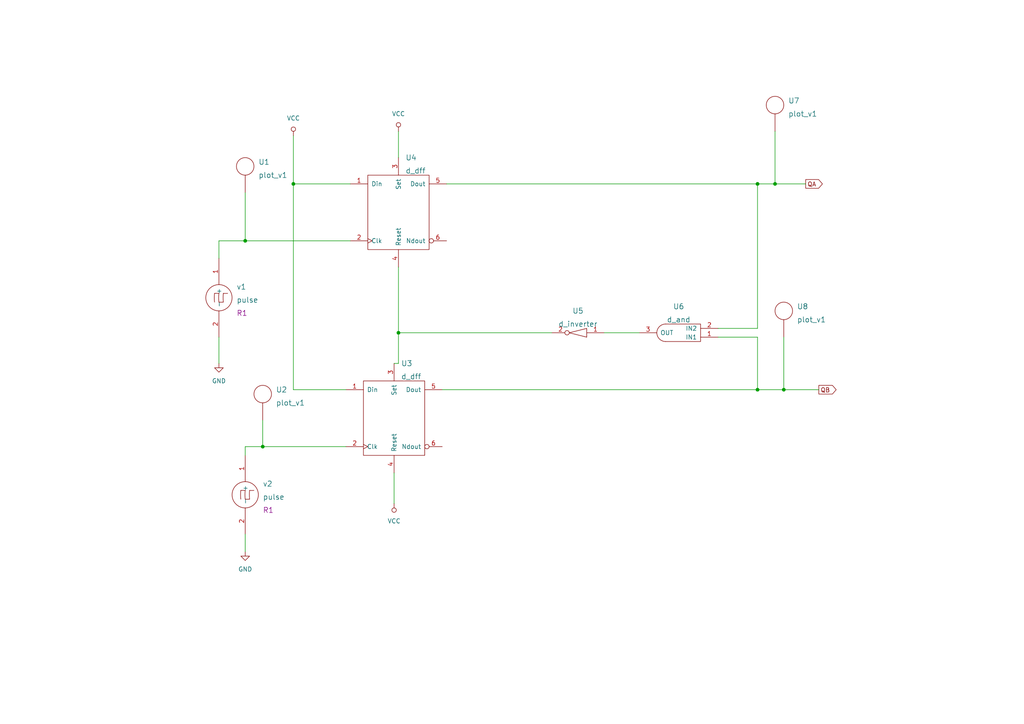
<source format=kicad_sch>
(kicad_sch (version 20211123) (generator eeschema)
  (paper "A4")
  (lib_symbols
    (symbol "eSim_Digital:d_and" (pin_names (offset 1.016))
      (property "Reference" "U" (at 0 0 0))
      (property "Value" "d_and" (at 1.27 2.54 0))
      (symbol "d_and_0_1"
        (polyline (pts (xy 3.81 -1.27) (xy -6.35 -1.27) (xy -6.35 3.81) (xy 3.81 3.81)))
        (arc (start 3.81 -1.27) (mid 5.5897 -0.5171) (end 6.35 1.27))
        (arc (start 6.35 1.27) (mid 5.5971 3.0497) (end 3.81 3.81))
      )
      (symbol "d_and_1_1"
        (pin input line (at -11.43 2.54 0) (length 5.08) (name "IN1") (number "1"))
        (pin input line (at -11.43 0 0) (length 5.08) (name "IN2") (number "2"))
        (pin output line (at 11.43 1.27 180) (length 5.08) (name "OUT") (number "3"))
      )
    )
    (symbol "eSim_Digital:d_dff" (pin_names (offset 1.016))
      (property "Reference" "U" (at 0 0 0))
      (property "Value" "d_dff" (at 0 3.81 0))
      (symbol "d_dff_0_1"
        (rectangle (start 8.89 11.43) (end -8.89 -10.16))
      )
      (symbol "d_dff_1_1"
        (pin input line (at -13.97 8.89 0) (length 5.08) (name "Din") (number "1"))
        (pin input clock (at -13.97 -7.62 0) (length 5.08) (name "Clk") (number "2"))
        (pin input line (at 0 16.51 270) (length 5.08) (name "Set") (number "3"))
        (pin input line (at 0 -15.24 90) (length 5.08) (name "Reset") (number "4"))
        (pin output line (at 13.97 8.89 180) (length 5.08) (name "Dout") (number "5"))
        (pin output inverted (at 13.97 -7.62 180) (length 5.08) (name "Ndout") (number "6"))
      )
    )
    (symbol "eSim_Digital:d_inverter" (pin_names (offset 1.016))
      (property "Reference" "U" (at 0 -2.54 0))
      (property "Value" "d_inverter" (at 0 3.81 0))
      (symbol "d_inverter_0_1"
        (polyline (pts (xy -2.54 1.27) (xy -2.54 -1.27) (xy 2.54 0) (xy -2.54 1.27)))
      )
      (symbol "d_inverter_1_1"
        (pin input line (at -7.62 0 0) (length 5.08) (name "~") (number "1"))
        (pin output inverted (at 7.62 0 180) (length 5.08) (name "~") (number "2"))
      )
    )
    (symbol "eSim_Plot:plot_v1" (pin_names (offset 1.016))
      (property "Reference" "U" (at 0 12.7 0))
      (property "Value" "plot_v1" (at 5.08 8.89 0))
      (symbol "plot_v1_0_1"
        (circle (center 0 12.7) (radius 2.54))
      )
      (symbol "plot_v1_1_1"
        (pin input line (at 0 5.08 90) (length 5.08) (name "~") (number "~"))
      )
    )
    (symbol "eSim_Power:eSim_GND" (power) (pin_names (offset 0))
      (property "Value" "eSim_GND" (at 0 -3.81 0))
      (symbol "eSim_GND_0_1"
        (polyline (pts (xy 0 0) (xy 0 -1.27) (xy 1.27 -1.27) (xy 0 -2.54) (xy -1.27 -1.27) (xy 0 -1.27)))
      )
      (symbol "eSim_GND_1_1"
        (pin power_in line (at 0 0 270) (length 0) hide (name "GND") (number "1"))
      )
    )
    (symbol "eSim_Power:eSim_VCC" (power) (pin_names (offset 0))
      (property "Value" "eSim_VCC" (at 0 3.81 0))
      (symbol "eSim_VCC_0_1"
        (polyline (pts (xy 0 0) (xy 0 1.27)))
        (circle (center 0 1.905) (radius 0.635))
      )
      (symbol "eSim_VCC_1_1"
        (pin power_in line (at 0 0 90) (length 0) hide (name "VCC") (number "1"))
      )
    )
    (symbol "eSim_Sources:pulse" (pin_names (offset 1.016))
      (property "Reference" "v" (at -5.08 2.54 0))
      (property "Value" "pulse" (at -5.08 -1.27 0))
      (property "Footprint" "R1" (at -7.62 0 0))
      (symbol "pulse_0_1"
        (arc (start -1.27 1.27) (mid -1.3491 0) (end -1.27 -1.27))
        (arc (start 0 -1.27) (mid 0.635 -1.2876) (end 1.27 -1.27))
        (circle (center 0 0) (radius 3.81))
        (arc (start 0 1.27) (mid -0.635 1.2859) (end -1.27 1.27))
        (arc (start 0 1.27) (mid -0.0703 0) (end 0 -1.27))
        (arc (start 1.27 1.27) (mid 1.2124 0) (end 1.27 -1.27))
        (arc (start 1.27 1.27) (mid 1.905 1.2556) (end 2.54 1.27))
      )
      (symbol "pulse_1_1"
        (pin passive line (at 0 11.43 270) (length 7.62) (name "+") (number "1"))
        (pin passive line (at 0 -11.43 90) (length 7.62) (name "-") (number "2"))
      )
    )
  )
  (junction (at 227.33 113.03))
  (junction (at 219.71 53.34))
  (junction (at 115.57 96.52))
  (junction (at 76.2 129.54))
  (junction (at 219.71 113.03))
  (junction (at 71.12 69.85))
  (junction (at 85.09 53.34))
  (junction (at 224.79 53.34))
  (wire (pts (xy 129.54 53.34) (xy 219.71 53.34)))
  (wire (pts (xy 175.26 96.52) (xy 185.42 96.52)))
  (wire (pts (xy 85.09 113.03) (xy 100.33 113.03)))
  (wire (pts (xy 71.12 55.88) (xy 71.12 69.85)))
  (wire (pts (xy 227.33 113.03) (xy 237.49 113.03)))
  (wire (pts (xy 115.57 38.1) (xy 115.57 45.72)))
  (wire (pts (xy 114.3 137.16) (xy 114.3 146.05)))
  (wire (pts (xy 71.12 69.85) (xy 101.6 69.85)))
  (wire (pts (xy 224.79 38.1) (xy 224.79 53.34)))
  (wire (pts (xy 76.2 121.92) (xy 76.2 129.54)))
  (wire (pts (xy 227.33 97.79) (xy 227.33 113.03)))
  (wire (pts (xy 160.02 96.52) (xy 115.57 96.52)))
  (wire (pts (xy 71.12 129.54) (xy 76.2 129.54)))
  (wire (pts (xy 85.09 39.37) (xy 85.09 53.34)))
  (wire (pts (xy 219.71 95.25) (xy 219.71 53.34)))
  (wire (pts (xy 219.71 53.34) (xy 224.79 53.34)))
  (wire (pts (xy 85.09 53.34) (xy 85.09 113.03)))
  (wire (pts (xy 224.79 53.34) (xy 233.68 53.34)))
  (wire (pts (xy 115.57 96.52) (xy 115.57 105.41)))
  (wire (pts (xy 71.12 132.08) (xy 71.12 129.54)))
  (wire (pts (xy 76.2 129.54) (xy 100.33 129.54)))
  (wire (pts (xy 85.09 53.34) (xy 101.6 53.34)))
  (wire (pts (xy 115.57 77.47) (xy 115.57 96.52)))
  (wire (pts (xy 115.57 105.41) (xy 114.3 105.41)))
  (wire (pts (xy 219.71 97.79) (xy 219.71 113.03)))
  (wire (pts (xy 219.71 113.03) (xy 227.33 113.03)))
  (wire (pts (xy 71.12 154.94) (xy 71.12 160.02)))
  (wire (pts (xy 208.28 97.79) (xy 219.71 97.79)))
  (wire (pts (xy 63.5 74.93) (xy 63.5 69.85)))
  (wire (pts (xy 63.5 69.85) (xy 71.12 69.85)))
  (wire (pts (xy 63.5 97.79) (xy 63.5 105.41)))
  (wire (pts (xy 208.28 95.25) (xy 219.71 95.25)))
  (wire (pts (xy 128.27 113.03) (xy 219.71 113.03)))
  (global_label "QB" (shape output) (at 237.49 113.03 0) (property "Intersheet References" "${INTERSHEET_REFS}" (effects hide)))
  (global_label "QA" (shape output) (at 233.68 53.34 0) (property "Intersheet References" "${INTERSHEET_REFS}" (effects hide)))
  (symbol (lib_id "eSim_Plot:plot_v1") (at 227.33 102.87 0) (unit 1)
    (property "Reference" "U8" (at 231.14 88.9 0) (effects (font (size 1.524 1.524)) (justify left)))
    (property "Value" "plot_v1" (at 231.14 92.71 0) (effects (font (size 1.524 1.524)) (justify left)))
  )
  (symbol (lib_id "eSim_Digital:d_inverter") (at 167.64 96.52 180) (unit 1)
    (property "Reference" "U5" (at 167.64 90.17 0) (effects (font (size 1.524 1.524))))
    (property "Value" "d_inverter" (at 167.64 93.98 0) (effects (font (size 1.524 1.524))))
  )
  (symbol (lib_id "eSim_Plot:plot_v1") (at 76.2 127 0) (unit 1)
    (property "Reference" "U2" (at 80.01 113.03 0) (effects (font (size 1.524 1.524)) (justify left)))
    (property "Value" "plot_v1" (at 80.01 116.84 0) (effects (font (size 1.524 1.524)) (justify left)))
  )
  (symbol (lib_id "eSim_Digital:d_and") (at 196.85 95.25 180) (unit 1)
    (property "Reference" "U6" (at 196.85 88.9 0) (effects (font (size 1.524 1.524))))
    (property "Value" "d_and" (at 196.85 92.71 0) (effects (font (size 1.524 1.524))))
  )
  (symbol (lib_id "eSim_Power:eSim_VCC") (at 114.3 146.05 180) (unit 1)
    (property "Reference" "#PWR05" (effects hide))
    (property "Value" "eSim_VCC" (at 114.3 151.13 0))
  )
  (symbol (lib_id "eSim_Power:eSim_VCC") (at 85.09 39.37 0) (unit 1)
    (property "Reference" "#PWR04" (effects hide))
    (property "Value" "eSim_VCC" (at 85.09 34.29 0))
  )
  (symbol (lib_id "eSim_Digital:d_dff") (at 115.57 62.23 0) (unit 1)
    (property "Reference" "U4" (at 117.5894 45.72 0) (effects (font (size 1.524 1.524)) (justify left)))
    (property "Value" "d_dff" (at 117.5894 49.53 0) (effects (font (size 1.524 1.524)) (justify left)))
  )
  (symbol (lib_id "eSim_Sources:pulse") (at 63.5 86.36 0) (unit 1)
    (property "Reference" "v1" (at 68.58 83.185 0) (effects (font (size 1.524 1.524)) (justify left)))
    (property "Value" "pulse" (at 68.58 86.995 0) (effects (font (size 1.524 1.524)) (justify left)))
    (property "Footprint" "R1" (at 68.58 90.805 0) (effects (font (size 1.524 1.524)) (justify left)))
  )
  (symbol (lib_id "eSim_Power:eSim_GND") (at 71.12 160.02 0) (unit 1)
    (property "Reference" "#PWR03" (effects hide))
    (property "Value" "eSim_GND" (at 71.12 165.1 0))
  )
  (symbol (lib_id "eSim_Power:eSim_VCC") (at 115.57 38.1 0) (unit 1)
    (property "Reference" "#PWR06" (effects hide))
    (property "Value" "eSim_VCC" (at 115.57 33.02 0))
  )
  (symbol (lib_id "eSim_Digital:d_dff") (at 114.3 121.92 0) (unit 1)
    (property "Reference" "U3" (at 116.3194 105.41 0) (effects (font (size 1.524 1.524)) (justify left)))
    (property "Value" "d_dff" (at 116.3194 109.22 0) (effects (font (size 1.524 1.524)) (justify left)))
  )
  (symbol (lib_id "eSim_Plot:plot_v1") (at 71.12 60.96 0) (unit 1)
    (property "Reference" "U1" (at 74.93 46.99 0) (effects (font (size 1.524 1.524)) (justify left)))
    (property "Value" "plot_v1" (at 74.93 50.8 0) (effects (font (size 1.524 1.524)) (justify left)))
  )
  (symbol (lib_id "eSim_Sources:pulse") (at 71.12 143.51 0) (unit 1)
    (property "Reference" "v2" (at 76.2 140.335 0) (effects (font (size 1.524 1.524)) (justify left)))
    (property "Value" "pulse" (at 76.2 144.145 0) (effects (font (size 1.524 1.524)) (justify left)))
    (property "Footprint" "R1" (at 76.2 147.955 0) (effects (font (size 1.524 1.524)) (justify left)))
  )
  (symbol (lib_id "eSim_Power:eSim_GND") (at 63.5 105.41 0) (unit 1)
    (property "Reference" "#PWR02" (effects hide))
    (property "Value" "eSim_GND" (at 63.5 110.49 0))
  )
  (symbol (lib_id "eSim_Plot:plot_v1") (at 224.79 43.18 0) (unit 1)
    (property "Reference" "U7" (at 228.6 29.21 0) (effects (font (size 1.524 1.524)) (justify left)))
    (property "Value" "plot_v1" (at 228.6 33.02 0) (effects (font (size 1.524 1.524)) (justify left)))
  )
)
</source>
